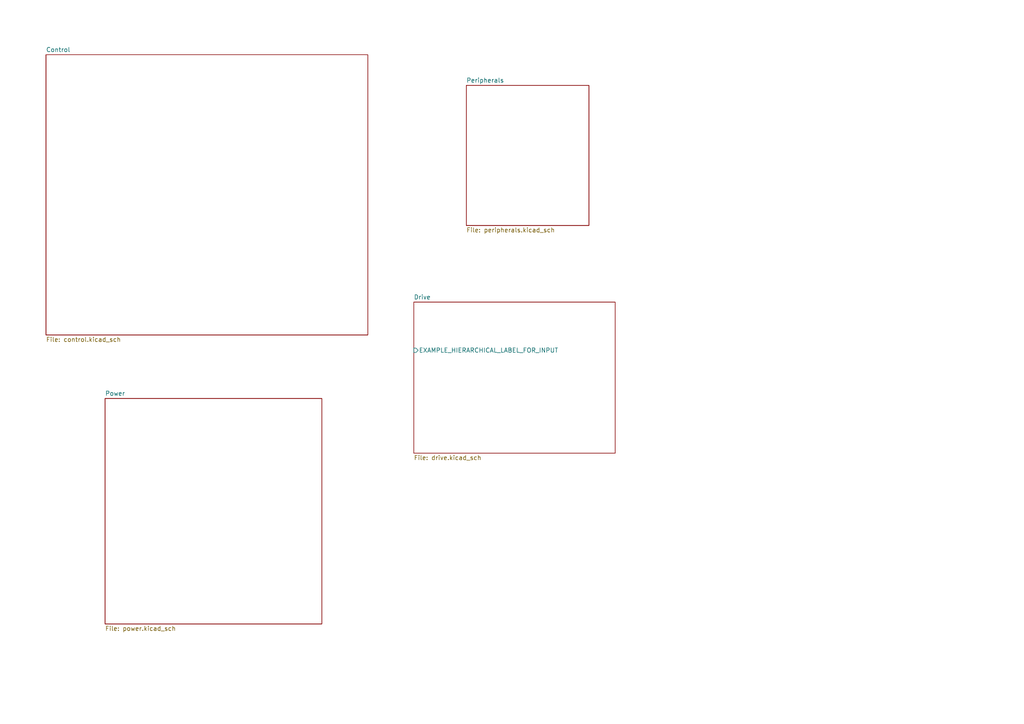
<source format=kicad_sch>
(kicad_sch
	(version 20250114)
	(generator "eeschema")
	(generator_version "9.0")
	(uuid "86a17c4d-db96-42a1-af84-d43fe593f4e6")
	(paper "A4")
	(lib_symbols)
	(sheet
		(at 13.335 15.875)
		(size 93.345 81.28)
		(exclude_from_sim no)
		(in_bom yes)
		(on_board yes)
		(dnp no)
		(fields_autoplaced yes)
		(stroke
			(width 0.1524)
			(type solid)
		)
		(fill
			(color 0 0 0 0.0000)
		)
		(uuid "50f7e8ea-49d2-4d3d-890c-dc3d94742dd9")
		(property "Sheetname" "Control"
			(at 13.335 15.1634 0)
			(effects
				(font
					(size 1.27 1.27)
				)
				(justify left bottom)
			)
		)
		(property "Sheetfile" "control.kicad_sch"
			(at 13.335 97.7396 0)
			(effects
				(font
					(size 1.27 1.27)
				)
				(justify left top)
			)
		)
		(instances
			(project "esc"
				(path "/86a17c4d-db96-42a1-af84-d43fe593f4e6"
					(page "2")
				)
			)
		)
	)
	(sheet
		(at 30.48 115.57)
		(size 62.865 65.405)
		(exclude_from_sim no)
		(in_bom yes)
		(on_board yes)
		(dnp no)
		(fields_autoplaced yes)
		(stroke
			(width 0.1524)
			(type solid)
		)
		(fill
			(color 0 0 0 0.0000)
		)
		(uuid "5338eeb3-4021-4459-b70f-dab93d7c7a1a")
		(property "Sheetname" "Power"
			(at 30.48 114.8584 0)
			(effects
				(font
					(size 1.27 1.27)
				)
				(justify left bottom)
			)
		)
		(property "Sheetfile" "power.kicad_sch"
			(at 30.48 181.5596 0)
			(effects
				(font
					(size 1.27 1.27)
				)
				(justify left top)
			)
		)
		(instances
			(project "esc"
				(path "/86a17c4d-db96-42a1-af84-d43fe593f4e6"
					(page "3")
				)
			)
		)
	)
	(sheet
		(at 135.255 24.765)
		(size 35.56 40.64)
		(exclude_from_sim no)
		(in_bom yes)
		(on_board yes)
		(dnp no)
		(fields_autoplaced yes)
		(stroke
			(width 0.1524)
			(type solid)
		)
		(fill
			(color 0 0 0 0.0000)
		)
		(uuid "84ea8536-46c8-4cae-8743-a6718dee2882")
		(property "Sheetname" "Peripherals"
			(at 135.255 24.0534 0)
			(effects
				(font
					(size 1.27 1.27)
				)
				(justify left bottom)
			)
		)
		(property "Sheetfile" "peripherals.kicad_sch"
			(at 135.255 65.9896 0)
			(effects
				(font
					(size 1.27 1.27)
				)
				(justify left top)
			)
		)
		(instances
			(project "esc"
				(path "/86a17c4d-db96-42a1-af84-d43fe593f4e6"
					(page "5")
				)
			)
		)
	)
	(sheet
		(at 120.015 87.63)
		(size 58.42 43.815)
		(exclude_from_sim no)
		(in_bom yes)
		(on_board yes)
		(dnp no)
		(fields_autoplaced yes)
		(stroke
			(width 0.1524)
			(type solid)
		)
		(fill
			(color 0 0 0 0.0000)
		)
		(uuid "f702d253-729e-40c3-ac6b-420be83d0138")
		(property "Sheetname" "Drive"
			(at 120.015 86.9184 0)
			(effects
				(font
					(size 1.27 1.27)
				)
				(justify left bottom)
			)
		)
		(property "Sheetfile" "drive.kicad_sch"
			(at 120.015 132.0296 0)
			(effects
				(font
					(size 1.27 1.27)
				)
				(justify left top)
			)
		)
		(pin "EXAMPLE_HIERARCHICAL_LABEL_FOR_INPUT" input
			(at 120.015 101.6 180)
			(uuid "b5de5333-693f-46e8-bd81-02dd1d0b12b5")
			(effects
				(font
					(size 1.27 1.27)
				)
				(justify left)
			)
		)
		(instances
			(project "esc"
				(path "/86a17c4d-db96-42a1-af84-d43fe593f4e6"
					(page "4")
				)
			)
		)
	)
	(sheet_instances
		(path "/"
			(page "1")
		)
	)
	(embedded_fonts no)
)

</source>
